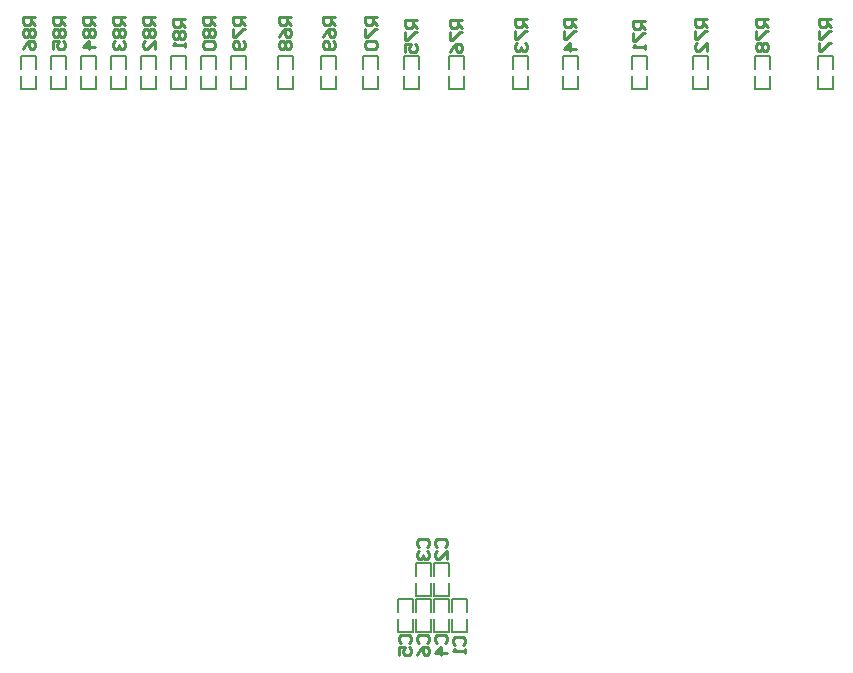
<source format=gbo>
G04*
G04 #@! TF.GenerationSoftware,Altium Limited,Altium Designer,22.3.1 (43)*
G04*
G04 Layer_Color=32896*
%FSLAX25Y25*%
%MOIN*%
G70*
G04*
G04 #@! TF.SameCoordinates,3349D2AC-C315-450D-AF27-8CF08F727A17*
G04*
G04*
G04 #@! TF.FilePolarity,Positive*
G04*
G01*
G75*
%ADD12C,0.01000*%
%ADD13C,0.00500*%
D12*
X79499Y358332D02*
X75501D01*
Y356332D01*
X76167Y355666D01*
X77500D01*
X78166Y356332D01*
Y358332D01*
Y356999D02*
X79499Y355666D01*
X76167Y354333D02*
X75501Y353666D01*
Y352334D01*
X76167Y351667D01*
X76833D01*
X77500Y352334D01*
X78166Y351667D01*
X78833D01*
X79499Y352334D01*
Y353666D01*
X78833Y354333D01*
X78166D01*
X77500Y353666D01*
X76833Y354333D01*
X76167D01*
X77500Y353666D02*
Y352334D01*
X75501Y347668D02*
X76167Y349001D01*
X77500Y350334D01*
X78833D01*
X79499Y349668D01*
Y348335D01*
X78833Y347668D01*
X78166D01*
X77500Y348335D01*
Y350334D01*
X89499Y358332D02*
X85501D01*
Y356332D01*
X86167Y355666D01*
X87500D01*
X88166Y356332D01*
Y358332D01*
Y356999D02*
X89499Y355666D01*
X86167Y354333D02*
X85501Y353666D01*
Y352334D01*
X86167Y351667D01*
X86834D01*
X87500Y352334D01*
X88166Y351667D01*
X88833D01*
X89499Y352334D01*
Y353666D01*
X88833Y354333D01*
X88166D01*
X87500Y353666D01*
X86834Y354333D01*
X86167D01*
X87500Y353666D02*
Y352334D01*
X85501Y347668D02*
Y350334D01*
X87500D01*
X86834Y349001D01*
Y348335D01*
X87500Y347668D01*
X88833D01*
X89499Y348335D01*
Y349668D01*
X88833Y350334D01*
X99499Y358332D02*
X95501D01*
Y356332D01*
X96167Y355666D01*
X97500D01*
X98166Y356332D01*
Y358332D01*
Y356999D02*
X99499Y355666D01*
X96167Y354333D02*
X95501Y353666D01*
Y352334D01*
X96167Y351667D01*
X96833D01*
X97500Y352334D01*
X98166Y351667D01*
X98833D01*
X99499Y352334D01*
Y353666D01*
X98833Y354333D01*
X98166D01*
X97500Y353666D01*
X96833Y354333D01*
X96167D01*
X97500Y353666D02*
Y352334D01*
X99499Y348335D02*
X95501D01*
X97500Y350334D01*
Y347668D01*
X109499Y358332D02*
X105501D01*
Y356332D01*
X106167Y355666D01*
X107500D01*
X108166Y356332D01*
Y358332D01*
Y356999D02*
X109499Y355666D01*
X106167Y354333D02*
X105501Y353666D01*
Y352334D01*
X106167Y351667D01*
X106834D01*
X107500Y352334D01*
X108166Y351667D01*
X108833D01*
X109499Y352334D01*
Y353666D01*
X108833Y354333D01*
X108166D01*
X107500Y353666D01*
X106834Y354333D01*
X106167D01*
X107500Y353666D02*
Y352334D01*
X106167Y350334D02*
X105501Y349668D01*
Y348335D01*
X106167Y347668D01*
X106834D01*
X107500Y348335D01*
Y349001D01*
Y348335D01*
X108166Y347668D01*
X108833D01*
X109499Y348335D01*
Y349668D01*
X108833Y350334D01*
X119499Y358332D02*
X115501D01*
Y356332D01*
X116167Y355666D01*
X117500D01*
X118166Y356332D01*
Y358332D01*
Y356999D02*
X119499Y355666D01*
X116167Y354333D02*
X115501Y353666D01*
Y352334D01*
X116167Y351667D01*
X116833D01*
X117500Y352334D01*
X118166Y351667D01*
X118833D01*
X119499Y352334D01*
Y353666D01*
X118833Y354333D01*
X118166D01*
X117500Y353666D01*
X116833Y354333D01*
X116167D01*
X117500Y353666D02*
Y352334D01*
X119499Y347668D02*
Y350334D01*
X116833Y347668D01*
X116167D01*
X115501Y348335D01*
Y349668D01*
X116167Y350334D01*
X129499Y357665D02*
X125501D01*
Y355666D01*
X126167Y354999D01*
X127500D01*
X128166Y355666D01*
Y357665D01*
Y356332D02*
X129499Y354999D01*
X126167Y353666D02*
X125501Y353000D01*
Y351667D01*
X126167Y351001D01*
X126833D01*
X127500Y351667D01*
X128166Y351001D01*
X128833D01*
X129499Y351667D01*
Y353000D01*
X128833Y353666D01*
X128166D01*
X127500Y353000D01*
X126833Y353666D01*
X126167D01*
X127500Y353000D02*
Y351667D01*
X129499Y349668D02*
Y348335D01*
Y349001D01*
X125501D01*
X126167Y349668D01*
X139499Y358332D02*
X135501D01*
Y356332D01*
X136167Y355666D01*
X137500D01*
X138166Y356332D01*
Y358332D01*
Y356999D02*
X139499Y355666D01*
X136167Y354333D02*
X135501Y353666D01*
Y352334D01*
X136167Y351667D01*
X136834D01*
X137500Y352334D01*
X138166Y351667D01*
X138833D01*
X139499Y352334D01*
Y353666D01*
X138833Y354333D01*
X138166D01*
X137500Y353666D01*
X136834Y354333D01*
X136167D01*
X137500Y353666D02*
Y352334D01*
X136167Y350334D02*
X135501Y349668D01*
Y348335D01*
X136167Y347668D01*
X138833D01*
X139499Y348335D01*
Y349668D01*
X138833Y350334D01*
X136167D01*
X149499Y358332D02*
X145501D01*
Y356332D01*
X146167Y355666D01*
X147500D01*
X148166Y356332D01*
Y358332D01*
Y356999D02*
X149499Y355666D01*
X145501Y354333D02*
Y351667D01*
X146167D01*
X148833Y354333D01*
X149499D01*
X148833Y350334D02*
X149499Y349668D01*
Y348335D01*
X148833Y347668D01*
X146167D01*
X145501Y348335D01*
Y349668D01*
X146167Y350334D01*
X146834D01*
X147500Y349668D01*
Y347668D01*
X323999Y357832D02*
X320001D01*
Y355832D01*
X320667Y355166D01*
X322000D01*
X322666Y355832D01*
Y357832D01*
Y356499D02*
X323999Y355166D01*
X320001Y353833D02*
Y351167D01*
X320667D01*
X323333Y353833D01*
X323999D01*
X320667Y349834D02*
X320001Y349168D01*
Y347835D01*
X320667Y347168D01*
X321334D01*
X322000Y347835D01*
X322666Y347168D01*
X323333D01*
X323999Y347835D01*
Y349168D01*
X323333Y349834D01*
X322666D01*
X322000Y349168D01*
X321334Y349834D01*
X320667D01*
X322000Y349168D02*
Y347835D01*
X344999Y357832D02*
X341001D01*
Y355832D01*
X341667Y355166D01*
X343000D01*
X343666Y355832D01*
Y357832D01*
Y356499D02*
X344999Y355166D01*
X341001Y353833D02*
Y351167D01*
X341667D01*
X344333Y353833D01*
X344999D01*
X341001Y349834D02*
Y347168D01*
X341667D01*
X344333Y349834D01*
X344999D01*
X221999Y357332D02*
X218001D01*
Y355332D01*
X218667Y354666D01*
X220000D01*
X220666Y355332D01*
Y357332D01*
Y355999D02*
X221999Y354666D01*
X218001Y353333D02*
Y350667D01*
X218667D01*
X221333Y353333D01*
X221999D01*
X218001Y346668D02*
X218667Y348001D01*
X220000Y349334D01*
X221333D01*
X221999Y348668D01*
Y347335D01*
X221333Y346668D01*
X220666D01*
X220000Y347335D01*
Y349334D01*
X206999Y357332D02*
X203001D01*
Y355332D01*
X203667Y354666D01*
X205000D01*
X205666Y355332D01*
Y357332D01*
Y355999D02*
X206999Y354666D01*
X203001Y353333D02*
Y350667D01*
X203667D01*
X206333Y353333D01*
X206999D01*
X203001Y346668D02*
Y349334D01*
X205000D01*
X204333Y348001D01*
Y347335D01*
X205000Y346668D01*
X206333D01*
X206999Y347335D01*
Y348668D01*
X206333Y349334D01*
X259999Y357832D02*
X256001D01*
Y355832D01*
X256667Y355166D01*
X258000D01*
X258666Y355832D01*
Y357832D01*
Y356499D02*
X259999Y355166D01*
X256001Y353833D02*
Y351167D01*
X256667D01*
X259333Y353833D01*
X259999D01*
Y347835D02*
X256001D01*
X258000Y349834D01*
Y347168D01*
X243499Y357832D02*
X239501D01*
Y355832D01*
X240167Y355166D01*
X241500D01*
X242166Y355832D01*
Y357832D01*
Y356499D02*
X243499Y355166D01*
X239501Y353833D02*
Y351167D01*
X240167D01*
X242833Y353833D01*
X243499D01*
X240167Y349834D02*
X239501Y349168D01*
Y347835D01*
X240167Y347168D01*
X240833D01*
X241500Y347835D01*
Y348501D01*
Y347835D01*
X242166Y347168D01*
X242833D01*
X243499Y347835D01*
Y349168D01*
X242833Y349834D01*
X303499Y357832D02*
X299501D01*
Y355832D01*
X300167Y355166D01*
X301500D01*
X302166Y355832D01*
Y357832D01*
Y356499D02*
X303499Y355166D01*
X299501Y353833D02*
Y351167D01*
X300167D01*
X302833Y353833D01*
X303499D01*
Y347168D02*
Y349834D01*
X300834Y347168D01*
X300167D01*
X299501Y347835D01*
Y349168D01*
X300167Y349834D01*
X282999Y357165D02*
X279001D01*
Y355166D01*
X279667Y354499D01*
X281000D01*
X281666Y355166D01*
Y357165D01*
Y355832D02*
X282999Y354499D01*
X279001Y353167D02*
Y350501D01*
X279667D01*
X282333Y353167D01*
X282999D01*
Y349168D02*
Y347835D01*
Y348501D01*
X279001D01*
X279667Y349168D01*
X193499Y358332D02*
X189501D01*
Y356332D01*
X190167Y355666D01*
X191500D01*
X192166Y356332D01*
Y358332D01*
Y356999D02*
X193499Y355666D01*
X189501Y354333D02*
Y351667D01*
X190167D01*
X192833Y354333D01*
X193499D01*
X190167Y350334D02*
X189501Y349668D01*
Y348335D01*
X190167Y347668D01*
X192833D01*
X193499Y348335D01*
Y349668D01*
X192833Y350334D01*
X190167D01*
X179499Y358332D02*
X175501D01*
Y356332D01*
X176167Y355666D01*
X177500D01*
X178166Y356332D01*
Y358332D01*
Y356999D02*
X179499Y355666D01*
X175501Y351667D02*
X176167Y353000D01*
X177500Y354333D01*
X178833D01*
X179499Y353666D01*
Y352334D01*
X178833Y351667D01*
X178166D01*
X177500Y352334D01*
Y354333D01*
X178833Y350334D02*
X179499Y349668D01*
Y348335D01*
X178833Y347668D01*
X176167D01*
X175501Y348335D01*
Y349668D01*
X176167Y350334D01*
X176833D01*
X177500Y349668D01*
Y347668D01*
X164999Y358332D02*
X161001D01*
Y356332D01*
X161667Y355666D01*
X163000D01*
X163666Y356332D01*
Y358332D01*
Y356999D02*
X164999Y355666D01*
X161001Y351667D02*
X161667Y353000D01*
X163000Y354333D01*
X164333D01*
X164999Y353666D01*
Y352334D01*
X164333Y351667D01*
X163666D01*
X163000Y352334D01*
Y354333D01*
X161667Y350334D02*
X161001Y349668D01*
Y348335D01*
X161667Y347668D01*
X162334D01*
X163000Y348335D01*
X163666Y347668D01*
X164333D01*
X164999Y348335D01*
Y349668D01*
X164333Y350334D01*
X163666D01*
X163000Y349668D01*
X162334Y350334D01*
X161667D01*
X163000Y349668D02*
Y348335D01*
X207667Y149667D02*
X207001Y150333D01*
Y151666D01*
X207667Y152332D01*
X210333D01*
X210999Y151666D01*
Y150333D01*
X210333Y149667D01*
X207001Y145668D02*
X207667Y147001D01*
X209000Y148334D01*
X210333D01*
X210999Y147667D01*
Y146334D01*
X210333Y145668D01*
X209666D01*
X209000Y146334D01*
Y148334D01*
X201667Y149667D02*
X201001Y150333D01*
Y151666D01*
X201667Y152332D01*
X204333D01*
X204999Y151666D01*
Y150333D01*
X204333Y149667D01*
X201001Y145668D02*
Y148334D01*
X203000D01*
X202333Y147001D01*
Y146334D01*
X203000Y145668D01*
X204333D01*
X204999Y146334D01*
Y147667D01*
X204333Y148334D01*
X213667Y149667D02*
X213001Y150333D01*
Y151666D01*
X213667Y152332D01*
X216333D01*
X216999Y151666D01*
Y150333D01*
X216333Y149667D01*
X216999Y146334D02*
X213001D01*
X215000Y148334D01*
Y145668D01*
X207667Y181667D02*
X207001Y182333D01*
Y183666D01*
X207667Y184332D01*
X210333D01*
X210999Y183666D01*
Y182333D01*
X210333Y181667D01*
X207667Y180333D02*
X207001Y179667D01*
Y178334D01*
X207667Y177668D01*
X208334D01*
X209000Y178334D01*
Y179001D01*
Y178334D01*
X209666Y177668D01*
X210333D01*
X210999Y178334D01*
Y179667D01*
X210333Y180333D01*
X213667Y181667D02*
X213001Y182333D01*
Y183666D01*
X213667Y184332D01*
X216333D01*
X216999Y183666D01*
Y182333D01*
X216333Y181667D01*
X216999Y177668D02*
Y180333D01*
X214334Y177668D01*
X213667D01*
X213001Y178334D01*
Y179667D01*
X213667Y180333D01*
X219667Y149000D02*
X219001Y149667D01*
Y150999D01*
X219667Y151666D01*
X222333D01*
X222999Y150999D01*
Y149667D01*
X222333Y149000D01*
X222999Y147667D02*
Y146334D01*
Y147001D01*
X219001D01*
X219667Y147667D01*
D13*
X244000Y341300D02*
Y345400D01*
X239000D02*
X244000D01*
X239000Y341300D02*
Y345400D01*
Y334600D02*
Y338800D01*
Y334600D02*
X244000D01*
Y338700D01*
X345500Y341300D02*
Y345400D01*
X340500D02*
X345500D01*
X340500Y341300D02*
Y345400D01*
Y334600D02*
Y338800D01*
Y334600D02*
X345500D01*
Y338700D01*
X319500Y334600D02*
Y338700D01*
Y334600D02*
X324500D01*
Y338700D01*
Y341200D02*
Y345400D01*
X319500D02*
X324500D01*
X319500Y341300D02*
Y345400D01*
X304000Y341300D02*
Y345400D01*
X299000D02*
X304000D01*
X299000Y341300D02*
Y345400D01*
Y334600D02*
Y338800D01*
Y334600D02*
X304000D01*
Y338700D01*
X260500Y341300D02*
Y345400D01*
X255500D02*
X260500D01*
X255500Y341300D02*
Y345400D01*
Y334600D02*
Y338800D01*
Y334600D02*
X260500D01*
Y338700D01*
X283500Y341300D02*
Y345400D01*
X278500D02*
X283500D01*
X278500Y341300D02*
Y345400D01*
Y334600D02*
Y338800D01*
Y334600D02*
X283500D01*
Y338700D01*
X207500Y341300D02*
Y345400D01*
X202500D02*
X207500D01*
X202500Y341300D02*
Y345400D01*
Y334600D02*
Y338800D01*
Y334600D02*
X207500D01*
Y338700D01*
X222500Y341300D02*
Y345400D01*
X217500D02*
X222500D01*
X217500Y341300D02*
Y345400D01*
Y334600D02*
Y338800D01*
Y334600D02*
X222500D01*
Y338700D01*
X194000Y341300D02*
Y345400D01*
X189000D02*
X194000D01*
X189000Y341300D02*
Y345400D01*
Y334600D02*
Y338800D01*
Y334600D02*
X194000D01*
Y338700D01*
X165500Y341300D02*
Y345400D01*
X160500D02*
X165500D01*
X160500Y341300D02*
Y345400D01*
Y334600D02*
Y338800D01*
Y334600D02*
X165500D01*
Y338700D01*
X175000Y334600D02*
Y338700D01*
Y334600D02*
X180000D01*
Y338700D01*
Y341200D02*
Y345400D01*
X175000D02*
X180000D01*
X175000Y341300D02*
Y345400D01*
X140000Y341300D02*
Y345400D01*
X135000D02*
X140000D01*
X135000Y341300D02*
Y345400D01*
Y334600D02*
Y338800D01*
Y334600D02*
X140000D01*
Y338700D01*
X100000Y341300D02*
Y345400D01*
X95000D02*
X100000D01*
X95000Y341300D02*
Y345400D01*
Y334600D02*
Y338800D01*
Y334600D02*
X100000D01*
Y338700D01*
X90000Y341300D02*
Y345400D01*
X85000D02*
X90000D01*
X85000Y341300D02*
Y345400D01*
Y334600D02*
Y338800D01*
Y334600D02*
X90000D01*
Y338700D01*
X80000Y341300D02*
Y345400D01*
X75000D02*
X80000D01*
X75000Y341300D02*
Y345400D01*
Y334600D02*
Y338800D01*
Y334600D02*
X80000D01*
Y338700D01*
X130000Y341300D02*
Y345400D01*
X125000D02*
X130000D01*
X125000Y341300D02*
Y345400D01*
Y334600D02*
Y338800D01*
Y334600D02*
X130000D01*
Y338700D01*
X120000Y341300D02*
Y345400D01*
X115000D02*
X120000D01*
X115000Y341300D02*
Y345400D01*
Y334600D02*
Y338800D01*
Y334600D02*
X120000D01*
Y338700D01*
X110000Y341300D02*
Y345400D01*
X105000D02*
X110000D01*
X105000Y341300D02*
Y345400D01*
Y334600D02*
Y338800D01*
Y334600D02*
X110000D01*
Y338700D01*
X150000Y341300D02*
Y345400D01*
X145000D02*
X150000D01*
X145000Y341300D02*
Y345400D01*
Y334600D02*
Y338800D01*
Y334600D02*
X150000D01*
Y338700D01*
X217500Y165600D02*
Y169700D01*
X212500Y165600D02*
X217500D01*
X212500D02*
Y169800D01*
Y172300D02*
Y176400D01*
X217500D01*
Y172300D02*
Y176400D01*
X218500Y160300D02*
Y164400D01*
X223500D01*
Y160200D02*
Y164400D01*
Y153600D02*
Y157700D01*
X218500Y153600D02*
X223500D01*
X218500D02*
Y157700D01*
X211500Y165600D02*
Y169700D01*
X206500Y165600D02*
X211500D01*
X206500D02*
Y169800D01*
Y172300D02*
Y176400D01*
X211500D01*
Y172300D02*
Y176400D01*
X212500Y160300D02*
Y164400D01*
X217500D01*
Y160200D02*
Y164400D01*
Y153600D02*
Y157700D01*
X212500Y153600D02*
X217500D01*
X212500D02*
Y157700D01*
X200500Y160300D02*
Y164400D01*
X205500D01*
Y160200D02*
Y164400D01*
Y153600D02*
Y157700D01*
X200500Y153600D02*
X205500D01*
X200500D02*
Y157700D01*
X206500Y160300D02*
Y164400D01*
X211500D01*
Y160200D02*
Y164400D01*
Y153600D02*
Y157700D01*
X206500Y153600D02*
X211500D01*
X206500D02*
Y157700D01*
M02*

</source>
